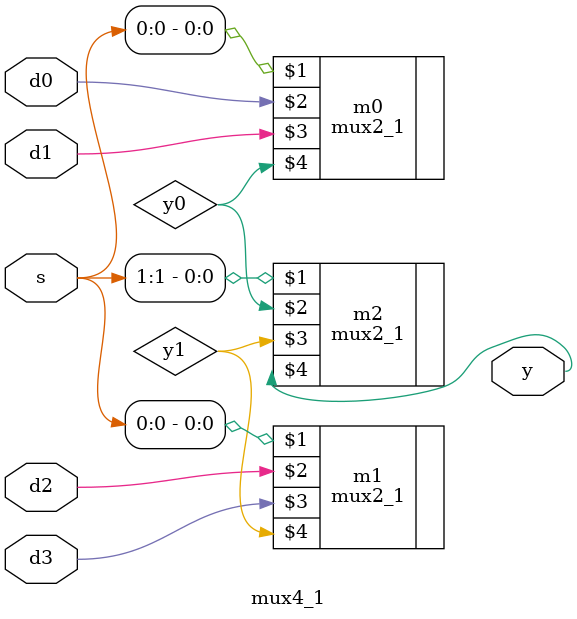
<source format=sv>
module mux4_1(
    input logic [1:0] s,
    input logic d0, d1, d2, d3,
    output logic y);

    logic y0, y1;

    mux2_1 m0(s[0], d0, d1, y0);
    mux2_1 m1(s[0], d2, d3, y1);
    mux2_1 m2(s[1], y0, y1, y);
endmodule

</source>
